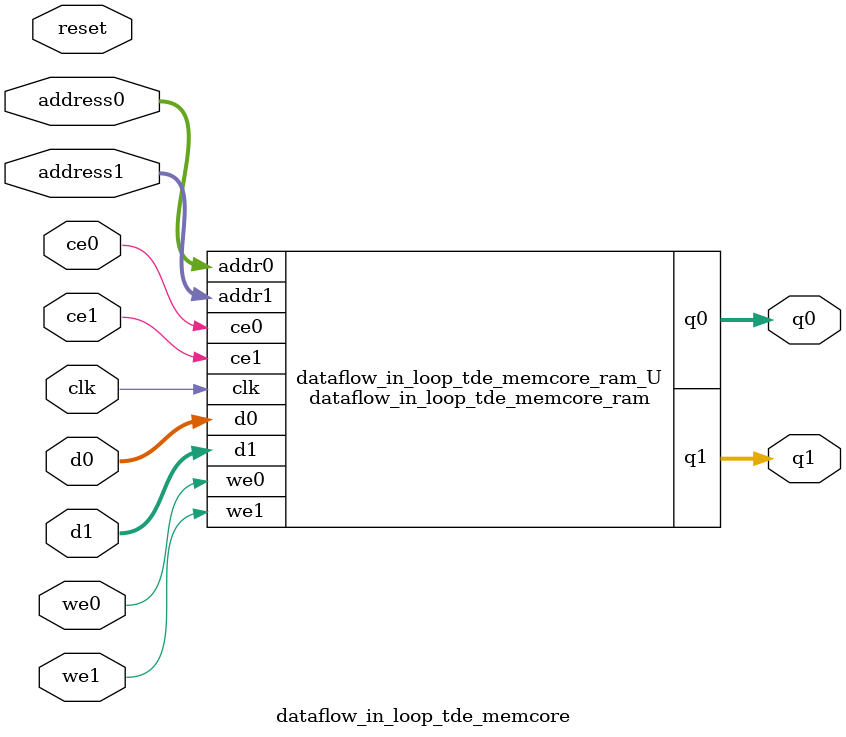
<source format=v>

`timescale 1 ns / 1 ps
module dataflow_in_loop_tde_memcore_ram (addr0, ce0, d0, we0, q0, addr1, ce1, d1, we1, q1,  clk);

parameter DWIDTH = 32;
parameter AWIDTH = 2;
parameter MEM_SIZE = 4;

input[AWIDTH-1:0] addr0;
input ce0;
input[DWIDTH-1:0] d0;
input we0;
output reg[DWIDTH-1:0] q0;
input[AWIDTH-1:0] addr1;
input ce1;
input[DWIDTH-1:0] d1;
input we1;
output reg[DWIDTH-1:0] q1;
input clk;

(* ram_style = "distributed" *)reg [DWIDTH-1:0] ram[0:MEM_SIZE-1];




always @(posedge clk)  
begin 
    if (ce0) 
    begin
        if (we0) 
        begin 
            ram[addr0] <= d0; 
            q0 <= d0;
        end 
        else 
            q0 <= ram[addr0];
    end
end


always @(posedge clk)  
begin 
    if (ce1) 
    begin
        if (we1) 
        begin 
            ram[addr1] <= d1; 
            q1 <= d1;
        end 
        else 
            q1 <= ram[addr1];
    end
end


endmodule


`timescale 1 ns / 1 ps
module dataflow_in_loop_tde_memcore(
    reset,
    clk,
    address0,
    ce0,
    we0,
    d0,
    q0,
    address1,
    ce1,
    we1,
    d1,
    q1);

parameter DataWidth = 32'd32;
parameter AddressRange = 32'd4;
parameter AddressWidth = 32'd2;
input reset;
input clk;
input[AddressWidth - 1:0] address0;
input ce0;
input we0;
input[DataWidth - 1:0] d0;
output[DataWidth - 1:0] q0;
input[AddressWidth - 1:0] address1;
input ce1;
input we1;
input[DataWidth - 1:0] d1;
output[DataWidth - 1:0] q1;



dataflow_in_loop_tde_memcore_ram dataflow_in_loop_tde_memcore_ram_U(
    .clk( clk ),
    .addr0( address0 ),
    .ce0( ce0 ),
    .d0( d0 ),
    .we0( we0 ),
    .q0( q0 ),
    .addr1( address1 ),
    .ce1( ce1 ),
    .d1( d1 ),
    .we1( we1 ),
    .q1( q1 ));

endmodule


</source>
